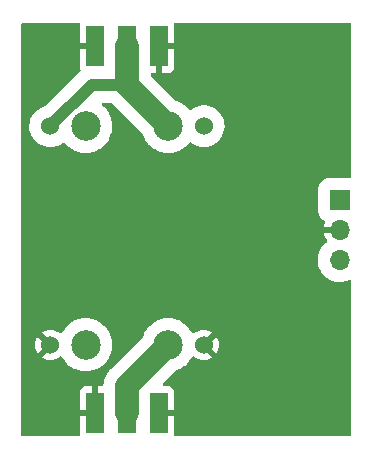
<source format=gbr>
%TF.GenerationSoftware,KiCad,Pcbnew,(5.99.0-12374-g2479e1d7b1)*%
%TF.CreationDate,2021-11-10T00:42:54+03:00*%
%TF.ProjectId,swr,7377722e-6b69-4636-9164-5f7063625858,rev?*%
%TF.SameCoordinates,Original*%
%TF.FileFunction,Copper,L1,Top*%
%TF.FilePolarity,Positive*%
%FSLAX46Y46*%
G04 Gerber Fmt 4.6, Leading zero omitted, Abs format (unit mm)*
G04 Created by KiCad (PCBNEW (5.99.0-12374-g2479e1d7b1)) date 2021-11-10 00:42:54*
%MOMM*%
%LPD*%
G01*
G04 APERTURE LIST*
%TA.AperFunction,SMDPad,CuDef*%
%ADD10R,1.500000X3.500000*%
%TD*%
%TA.AperFunction,ComponentPad*%
%ADD11R,1.700000X1.700000*%
%TD*%
%TA.AperFunction,ComponentPad*%
%ADD12O,1.700000X1.700000*%
%TD*%
%TA.AperFunction,ComponentPad*%
%ADD13C,1.524000*%
%TD*%
%TA.AperFunction,ComponentPad*%
%ADD14C,2.500000*%
%TD*%
%TA.AperFunction,ComponentPad*%
%ADD15C,7.000000*%
%TD*%
%TA.AperFunction,ViaPad*%
%ADD16C,0.800000*%
%TD*%
%TA.AperFunction,Conductor*%
%ADD17C,1.000000*%
%TD*%
%TA.AperFunction,Conductor*%
%ADD18C,2.000000*%
%TD*%
G04 APERTURE END LIST*
D10*
%TO.P,J1,1,In*%
%TO.N,Net-(J1-Pad1)*%
X147000000Y-70000000D03*
%TO.P,J1,2,Ext*%
%TO.N,GND*%
X149700000Y-70000000D03*
X144300000Y-70000000D03*
%TD*%
%TO.P,J2,1,In*%
%TO.N,Net-(J2-Pad1)*%
X147000000Y-101000000D03*
%TO.P,J2,2,Ext*%
%TO.N,GND*%
X144300000Y-101000000D03*
X149700000Y-101000000D03*
%TD*%
D11*
%TO.P,J3,1,Pin_1*%
%TO.N,Net-(C4-Pad1)*%
X165000000Y-83000000D03*
D12*
%TO.P,J3,2,Pin_2*%
%TO.N,GND*%
X165000000Y-85540000D03*
%TO.P,J3,3,Pin_3*%
%TO.N,Net-(C2-Pad2)*%
X165000000Y-88080000D03*
%TD*%
D13*
%TO.P,T1,1*%
%TO.N,Net-(J1-Pad1)*%
X140500000Y-76750000D03*
D14*
%TO.P,T1,2*%
%TO.N,Net-(D2-Pad2)*%
X143500000Y-76750000D03*
%TO.P,T1,3*%
%TO.N,Net-(J1-Pad1)*%
X150500000Y-76750000D03*
D13*
%TO.P,T1,4*%
%TO.N,Net-(D2-Pad2)*%
X153500000Y-76750000D03*
%TO.P,T1,5*%
%TO.N,GND*%
X140500000Y-95250000D03*
D14*
%TO.P,T1,6*%
%TO.N,Net-(D1-Pad2)*%
X143500000Y-95250000D03*
%TO.P,T1,7*%
%TO.N,Net-(J2-Pad1)*%
X150500000Y-95250000D03*
D13*
%TO.P,T1,8*%
%TO.N,GND*%
X153500000Y-95250000D03*
%TD*%
D15*
%TO.P,H2,1,1*%
%TO.N,GND*%
X161290000Y-98425000D03*
%TD*%
%TO.P,H1,1,1*%
%TO.N,GND*%
X161290000Y-72390000D03*
%TD*%
D16*
%TO.N,GND*%
X147955000Y-79375000D03*
X142000000Y-87000000D03*
X152400000Y-69215000D03*
X142000000Y-88265000D03*
X152400000Y-102235000D03*
X142000000Y-82550000D03*
X143510000Y-86995000D03*
X141605000Y-99695000D03*
X152400000Y-70485000D03*
X142000000Y-85000000D03*
X148000000Y-86000000D03*
X142000000Y-83820000D03*
X141605000Y-100965000D03*
X152400000Y-99695000D03*
X152400000Y-100965000D03*
X141605000Y-70485000D03*
X152400000Y-71755000D03*
X141605000Y-69215000D03*
X143510000Y-85000000D03*
X147955000Y-92710000D03*
X153000000Y-86000000D03*
X141605000Y-102235000D03*
X142000000Y-89535000D03*
X141605000Y-71755000D03*
%TD*%
D17*
%TO.N,Net-(J1-Pad1)*%
X140500000Y-76750000D02*
X144000000Y-73250000D01*
X144000000Y-73250000D02*
X147000000Y-73250000D01*
D18*
X150500000Y-76750000D02*
X147000000Y-73250000D01*
X147000000Y-73250000D02*
X147000000Y-70000000D01*
%TO.N,Net-(J2-Pad1)*%
X147000000Y-101000000D02*
X147000000Y-98750000D01*
X147000000Y-98750000D02*
X150500000Y-95250000D01*
%TD*%
%TA.AperFunction,Conductor*%
%TO.N,GND*%
G36*
X142991650Y-68020002D02*
G01*
X143038143Y-68073658D01*
X143047635Y-68139672D01*
X143048748Y-68139793D01*
X143042369Y-68198514D01*
X143042000Y-68205328D01*
X143042000Y-69727885D01*
X143046475Y-69743124D01*
X143047865Y-69744329D01*
X143055548Y-69746000D01*
X144428000Y-69746000D01*
X144496121Y-69766002D01*
X144542614Y-69819658D01*
X144554000Y-69872000D01*
X144554000Y-70128000D01*
X144533998Y-70196121D01*
X144480342Y-70242614D01*
X144428000Y-70254000D01*
X143060116Y-70254000D01*
X143044877Y-70258475D01*
X143043672Y-70259865D01*
X143042001Y-70267548D01*
X143042001Y-71794669D01*
X143042371Y-71801490D01*
X143047895Y-71852352D01*
X143051521Y-71867603D01*
X143082100Y-71949172D01*
X143087283Y-72019979D01*
X143048918Y-72086595D01*
X143025799Y-72107632D01*
X143020135Y-72112487D01*
X142996055Y-72131917D01*
X142967297Y-72160675D01*
X142963001Y-72164774D01*
X142898842Y-72223154D01*
X142895643Y-72227205D01*
X142895639Y-72227209D01*
X142880963Y-72245793D01*
X142871176Y-72256796D01*
X140119040Y-75008933D01*
X140065204Y-75040804D01*
X139881029Y-75094486D01*
X139643127Y-75204160D01*
X139608107Y-75227120D01*
X139427962Y-75345228D01*
X139427958Y-75345231D01*
X139424049Y-75347794D01*
X139228609Y-75522232D01*
X139061098Y-75723641D01*
X138925198Y-75947598D01*
X138923389Y-75951912D01*
X138923388Y-75951914D01*
X138905971Y-75993450D01*
X138823893Y-76189182D01*
X138759409Y-76443087D01*
X138733164Y-76703734D01*
X138745732Y-76965397D01*
X138796839Y-77222328D01*
X138798418Y-77226726D01*
X138798420Y-77226733D01*
X138844294Y-77354501D01*
X138885361Y-77468883D01*
X139009355Y-77699646D01*
X139012150Y-77703389D01*
X139012152Y-77703392D01*
X139163303Y-77905808D01*
X139163308Y-77905814D01*
X139166095Y-77909546D01*
X139169404Y-77912826D01*
X139169409Y-77912832D01*
X139348821Y-78090685D01*
X139352138Y-78093973D01*
X139355900Y-78096731D01*
X139355903Y-78096734D01*
X139472667Y-78182349D01*
X139563398Y-78248876D01*
X139567529Y-78251050D01*
X139567530Y-78251050D01*
X139791099Y-78368675D01*
X139791105Y-78368677D01*
X139795234Y-78370850D01*
X139799642Y-78372389D01*
X139799648Y-78372392D01*
X140038136Y-78455676D01*
X140042552Y-78457218D01*
X140299920Y-78506081D01*
X140424175Y-78510963D01*
X140557015Y-78516182D01*
X140557020Y-78516182D01*
X140561683Y-78516365D01*
X140663540Y-78505210D01*
X140817438Y-78488356D01*
X140817444Y-78488355D01*
X140822091Y-78487846D01*
X140944281Y-78455676D01*
X141070900Y-78422340D01*
X141070902Y-78422339D01*
X141075423Y-78421149D01*
X141316114Y-78317740D01*
X141538876Y-78179891D01*
X141571657Y-78152140D01*
X141636573Y-78123392D01*
X141706726Y-78134304D01*
X141747799Y-78165229D01*
X141905242Y-78344758D01*
X141908331Y-78347467D01*
X142123943Y-78536555D01*
X142123949Y-78536559D01*
X142127043Y-78539273D01*
X142130469Y-78541562D01*
X142130474Y-78541566D01*
X142314539Y-78664554D01*
X142372335Y-78703172D01*
X142376034Y-78704996D01*
X142376039Y-78704999D01*
X142633228Y-78831830D01*
X142636923Y-78833652D01*
X142640821Y-78834975D01*
X142640823Y-78834976D01*
X142912368Y-78927154D01*
X142912372Y-78927155D01*
X142916278Y-78928481D01*
X142920322Y-78929285D01*
X142920328Y-78929287D01*
X143201577Y-78985230D01*
X143201580Y-78985230D01*
X143205620Y-78986034D01*
X143209731Y-78986303D01*
X143209735Y-78986304D01*
X143495881Y-79005059D01*
X143500000Y-79005329D01*
X143504119Y-79005059D01*
X143790265Y-78986304D01*
X143790269Y-78986303D01*
X143794380Y-78986034D01*
X143798420Y-78985230D01*
X143798423Y-78985230D01*
X144079672Y-78929287D01*
X144079678Y-78929285D01*
X144083722Y-78928481D01*
X144087628Y-78927155D01*
X144087632Y-78927154D01*
X144359177Y-78834976D01*
X144359179Y-78834975D01*
X144363077Y-78833652D01*
X144366772Y-78831830D01*
X144623961Y-78704999D01*
X144623966Y-78704996D01*
X144627665Y-78703172D01*
X144685461Y-78664554D01*
X144869526Y-78541566D01*
X144869531Y-78541562D01*
X144872957Y-78539273D01*
X144876051Y-78536559D01*
X144876057Y-78536555D01*
X145091669Y-78347467D01*
X145094758Y-78344758D01*
X145181267Y-78246114D01*
X145286555Y-78126057D01*
X145286559Y-78126051D01*
X145289273Y-78122957D01*
X145453172Y-77877664D01*
X145482996Y-77817188D01*
X145581830Y-77616772D01*
X145581831Y-77616770D01*
X145583652Y-77613077D01*
X145589014Y-77597281D01*
X145677154Y-77337632D01*
X145677155Y-77337628D01*
X145678481Y-77333722D01*
X145699763Y-77226733D01*
X145735230Y-77048423D01*
X145735230Y-77048420D01*
X145736034Y-77044380D01*
X145755329Y-76750000D01*
X145738206Y-76488755D01*
X145736304Y-76459735D01*
X145736303Y-76459731D01*
X145736034Y-76455620D01*
X145735230Y-76451577D01*
X145679287Y-76170328D01*
X145679285Y-76170322D01*
X145678481Y-76166278D01*
X145619814Y-75993450D01*
X145584976Y-75890823D01*
X145584975Y-75890821D01*
X145583652Y-75886923D01*
X145581830Y-75883228D01*
X145454999Y-75626040D01*
X145454996Y-75626035D01*
X145453172Y-75622336D01*
X145289273Y-75377043D01*
X145286559Y-75373949D01*
X145286555Y-75373943D01*
X145097467Y-75158331D01*
X145094758Y-75155242D01*
X145091669Y-75152533D01*
X144884936Y-74971232D01*
X144846909Y-74911278D01*
X144847331Y-74840283D01*
X144886070Y-74780786D01*
X144950825Y-74751678D01*
X144968014Y-74750500D01*
X145619175Y-74750500D01*
X145687296Y-74770502D01*
X145708270Y-74787405D01*
X148335141Y-77414276D01*
X148365359Y-77462869D01*
X148409652Y-77593350D01*
X148416348Y-77613077D01*
X148418169Y-77616770D01*
X148418170Y-77616772D01*
X148517005Y-77817188D01*
X148546828Y-77877664D01*
X148710727Y-78122957D01*
X148713441Y-78126051D01*
X148713445Y-78126057D01*
X148818733Y-78246114D01*
X148905242Y-78344758D01*
X148908331Y-78347467D01*
X149123943Y-78536555D01*
X149123949Y-78536559D01*
X149127043Y-78539273D01*
X149130469Y-78541562D01*
X149130474Y-78541566D01*
X149314539Y-78664554D01*
X149372335Y-78703172D01*
X149376034Y-78704996D01*
X149376039Y-78704999D01*
X149633228Y-78831830D01*
X149636923Y-78833652D01*
X149640821Y-78834975D01*
X149640823Y-78834976D01*
X149912368Y-78927154D01*
X149912372Y-78927155D01*
X149916278Y-78928481D01*
X149920322Y-78929285D01*
X149920328Y-78929287D01*
X150201577Y-78985230D01*
X150201580Y-78985230D01*
X150205620Y-78986034D01*
X150209731Y-78986303D01*
X150209735Y-78986304D01*
X150495881Y-79005059D01*
X150500000Y-79005329D01*
X150504119Y-79005059D01*
X150790265Y-78986304D01*
X150790269Y-78986303D01*
X150794380Y-78986034D01*
X150798420Y-78985230D01*
X150798423Y-78985230D01*
X151079672Y-78929287D01*
X151079678Y-78929285D01*
X151083722Y-78928481D01*
X151087628Y-78927155D01*
X151087632Y-78927154D01*
X151359177Y-78834976D01*
X151359179Y-78834975D01*
X151363077Y-78833652D01*
X151366772Y-78831830D01*
X151623961Y-78704999D01*
X151623966Y-78704996D01*
X151627665Y-78703172D01*
X151685461Y-78664554D01*
X151869526Y-78541566D01*
X151869531Y-78541562D01*
X151872957Y-78539273D01*
X151876051Y-78536559D01*
X151876057Y-78536555D01*
X152091669Y-78347467D01*
X152094758Y-78344758D01*
X152253221Y-78164066D01*
X152313174Y-78126040D01*
X152384169Y-78126462D01*
X152422456Y-78145532D01*
X152563398Y-78248876D01*
X152567529Y-78251050D01*
X152567530Y-78251050D01*
X152791099Y-78368675D01*
X152791105Y-78368677D01*
X152795234Y-78370850D01*
X152799642Y-78372389D01*
X152799648Y-78372392D01*
X153038136Y-78455676D01*
X153042552Y-78457218D01*
X153299920Y-78506081D01*
X153424175Y-78510963D01*
X153557015Y-78516182D01*
X153557020Y-78516182D01*
X153561683Y-78516365D01*
X153663540Y-78505210D01*
X153817438Y-78488356D01*
X153817444Y-78488355D01*
X153822091Y-78487846D01*
X153944281Y-78455676D01*
X154070900Y-78422340D01*
X154070902Y-78422339D01*
X154075423Y-78421149D01*
X154316114Y-78317740D01*
X154538876Y-78179891D01*
X154738816Y-78010629D01*
X154852413Y-77881097D01*
X154908460Y-77817188D01*
X154908464Y-77817183D01*
X154911542Y-77813673D01*
X154982477Y-77703392D01*
X155050730Y-77597281D01*
X155050733Y-77597276D01*
X155053258Y-77593350D01*
X155160852Y-77354501D01*
X155231960Y-77102371D01*
X155248802Y-76969985D01*
X155264622Y-76845631D01*
X155264622Y-76845627D01*
X155265020Y-76842501D01*
X155267442Y-76750000D01*
X155248028Y-76488755D01*
X155190213Y-76233250D01*
X155188520Y-76228896D01*
X155096960Y-75993450D01*
X155096959Y-75993448D01*
X155095267Y-75989097D01*
X155074015Y-75951914D01*
X154967595Y-75765716D01*
X154967593Y-75765714D01*
X154965276Y-75761659D01*
X154803095Y-75555933D01*
X154612287Y-75376440D01*
X154590227Y-75361136D01*
X154400887Y-75229785D01*
X154400884Y-75229783D01*
X154397045Y-75227120D01*
X154392855Y-75225054D01*
X154392852Y-75225052D01*
X154166283Y-75113321D01*
X154166280Y-75113320D01*
X154162095Y-75111256D01*
X154115832Y-75096447D01*
X153942001Y-75040804D01*
X153912601Y-75031393D01*
X153907994Y-75030643D01*
X153907991Y-75030642D01*
X153658654Y-74990035D01*
X153658655Y-74990035D01*
X153654043Y-74989284D01*
X153526858Y-74987619D01*
X153396777Y-74985916D01*
X153396774Y-74985916D01*
X153392100Y-74985855D01*
X153132528Y-75021181D01*
X153128042Y-75022489D01*
X153128040Y-75022489D01*
X153092603Y-75032818D01*
X152881029Y-75094486D01*
X152643127Y-75204160D01*
X152424049Y-75347794D01*
X152421652Y-75349933D01*
X152355793Y-75375398D01*
X152286243Y-75361136D01*
X152250572Y-75332913D01*
X152097467Y-75158331D01*
X152094758Y-75155242D01*
X152091669Y-75152533D01*
X151876057Y-74963445D01*
X151876051Y-74963441D01*
X151872957Y-74960727D01*
X151869531Y-74958438D01*
X151869526Y-74958434D01*
X151631098Y-74799122D01*
X151627665Y-74796828D01*
X151623966Y-74795004D01*
X151623961Y-74795001D01*
X151366772Y-74668170D01*
X151366770Y-74668169D01*
X151363077Y-74666348D01*
X151212867Y-74615358D01*
X151164274Y-74585140D01*
X149052229Y-72473095D01*
X149018203Y-72410783D01*
X149023268Y-72339968D01*
X149065815Y-72283132D01*
X149132335Y-72258321D01*
X149141324Y-72258000D01*
X149427885Y-72258000D01*
X149443124Y-72253525D01*
X149444329Y-72252135D01*
X149446000Y-72244452D01*
X149446000Y-70267548D01*
X149954000Y-70267548D01*
X149954000Y-72239884D01*
X149958475Y-72255123D01*
X149959865Y-72256328D01*
X149967548Y-72257999D01*
X150494669Y-72257999D01*
X150501490Y-72257629D01*
X150552352Y-72252105D01*
X150567604Y-72248479D01*
X150688054Y-72203324D01*
X150703649Y-72194786D01*
X150805724Y-72118285D01*
X150818285Y-72105724D01*
X150894786Y-72003649D01*
X150903324Y-71988054D01*
X150948478Y-71867606D01*
X150952105Y-71852351D01*
X150957631Y-71801486D01*
X150958000Y-71794672D01*
X150958000Y-70272115D01*
X150953525Y-70256876D01*
X150952135Y-70255671D01*
X150944452Y-70254000D01*
X149972115Y-70254000D01*
X149956876Y-70258475D01*
X149955671Y-70259865D01*
X149954000Y-70267548D01*
X149446000Y-70267548D01*
X149446000Y-69872000D01*
X149466002Y-69803879D01*
X149519658Y-69757386D01*
X149572000Y-69746000D01*
X150939884Y-69746000D01*
X150955123Y-69741525D01*
X150956328Y-69740135D01*
X150957999Y-69732452D01*
X150957999Y-68205331D01*
X150957629Y-68198510D01*
X150951252Y-68139793D01*
X150954738Y-68139414D01*
X150957526Y-68084426D01*
X150998885Y-68026720D01*
X151064877Y-68000534D01*
X151076470Y-68000000D01*
X165874000Y-68000000D01*
X165942121Y-68020002D01*
X165988614Y-68073658D01*
X166000000Y-68126000D01*
X166000000Y-81023500D01*
X165979998Y-81091621D01*
X165926342Y-81138114D01*
X165874000Y-81149500D01*
X164092184Y-81149500D01*
X164089397Y-81149749D01*
X164089391Y-81149749D01*
X164003545Y-81157411D01*
X163971913Y-81160234D01*
X163776530Y-81216259D01*
X163596404Y-81310427D01*
X163438891Y-81438891D01*
X163310427Y-81596404D01*
X163216259Y-81776530D01*
X163160234Y-81971913D01*
X163149500Y-82092184D01*
X163149500Y-83907816D01*
X163160234Y-84028087D01*
X163216259Y-84223470D01*
X163310427Y-84403596D01*
X163438891Y-84561109D01*
X163596404Y-84689573D01*
X163732187Y-84760559D01*
X163783287Y-84809845D01*
X163799631Y-84878934D01*
X163788098Y-84925270D01*
X163723338Y-85064783D01*
X163719775Y-85074470D01*
X163664389Y-85274183D01*
X163665912Y-85282607D01*
X163678292Y-85286000D01*
X165128000Y-85286000D01*
X165196121Y-85306002D01*
X165242614Y-85359658D01*
X165254000Y-85412000D01*
X165254000Y-85668000D01*
X165233998Y-85736121D01*
X165180342Y-85782614D01*
X165128000Y-85794000D01*
X163683225Y-85794000D01*
X163669694Y-85797973D01*
X163668257Y-85807966D01*
X163698565Y-85942446D01*
X163701645Y-85952275D01*
X163781770Y-86149603D01*
X163786413Y-86158794D01*
X163897695Y-86340390D01*
X163903773Y-86348695D01*
X163941666Y-86392439D01*
X163971149Y-86457025D01*
X163961034Y-86527297D01*
X163919687Y-86577452D01*
X163817434Y-86650523D01*
X163627816Y-86831409D01*
X163465578Y-87037208D01*
X163333955Y-87263813D01*
X163235574Y-87506703D01*
X163172399Y-87761032D01*
X163145688Y-88021726D01*
X163155977Y-88283582D01*
X163203058Y-88541376D01*
X163285994Y-88789965D01*
X163403128Y-89024387D01*
X163552124Y-89239967D01*
X163730010Y-89432402D01*
X163733464Y-89435214D01*
X163929778Y-89595039D01*
X163929782Y-89595042D01*
X163933235Y-89597853D01*
X164157745Y-89733019D01*
X164212451Y-89756184D01*
X164394962Y-89833468D01*
X164394966Y-89833469D01*
X164399060Y-89835203D01*
X164403352Y-89836341D01*
X164403355Y-89836342D01*
X164504125Y-89863061D01*
X164652365Y-89902366D01*
X164656789Y-89902890D01*
X164656791Y-89902890D01*
X164807572Y-89920736D01*
X164912607Y-89933167D01*
X165174592Y-89926993D01*
X165178986Y-89926262D01*
X165178993Y-89926261D01*
X165428692Y-89884700D01*
X165428696Y-89884699D01*
X165433094Y-89883967D01*
X165650662Y-89815159D01*
X165678709Y-89806289D01*
X165678711Y-89806288D01*
X165682955Y-89804946D01*
X165819459Y-89739398D01*
X165889524Y-89727941D01*
X165954661Y-89756184D01*
X165994189Y-89815159D01*
X166000000Y-89852981D01*
X166000000Y-102874000D01*
X165979998Y-102942121D01*
X165926342Y-102988614D01*
X165874000Y-103000000D01*
X151076471Y-103000000D01*
X151008350Y-102979998D01*
X150961857Y-102926342D01*
X150952365Y-102860328D01*
X150951252Y-102860207D01*
X150957631Y-102801486D01*
X150958000Y-102794672D01*
X150958000Y-101272115D01*
X150953525Y-101256876D01*
X150952135Y-101255671D01*
X150944452Y-101254000D01*
X149572000Y-101254000D01*
X149503879Y-101233998D01*
X149457386Y-101180342D01*
X149446000Y-101128000D01*
X149446000Y-100872000D01*
X149466002Y-100803879D01*
X149519658Y-100757386D01*
X149572000Y-100746000D01*
X150939884Y-100746000D01*
X150955123Y-100741525D01*
X150956328Y-100740135D01*
X150957999Y-100732452D01*
X150957999Y-99205331D01*
X150957629Y-99198510D01*
X150952105Y-99147648D01*
X150948479Y-99132396D01*
X150903324Y-99011946D01*
X150894786Y-98996351D01*
X150818285Y-98894276D01*
X150805724Y-98881715D01*
X150703649Y-98805214D01*
X150688054Y-98796676D01*
X150567606Y-98751522D01*
X150552351Y-98747895D01*
X150501486Y-98742369D01*
X150494672Y-98742000D01*
X150141325Y-98742000D01*
X150073204Y-98721998D01*
X150026711Y-98668342D01*
X150016607Y-98598068D01*
X150046101Y-98533488D01*
X150052230Y-98526905D01*
X151164276Y-97414859D01*
X151212869Y-97384641D01*
X151359177Y-97334976D01*
X151359179Y-97334975D01*
X151363077Y-97333652D01*
X151401624Y-97314643D01*
X151623961Y-97204999D01*
X151623966Y-97204996D01*
X151627665Y-97203172D01*
X151685461Y-97164554D01*
X151869526Y-97041566D01*
X151869531Y-97041562D01*
X151872957Y-97039273D01*
X151876051Y-97036559D01*
X151876057Y-97036555D01*
X152091669Y-96847467D01*
X152094758Y-96844758D01*
X152097467Y-96841669D01*
X152286555Y-96626057D01*
X152286559Y-96626051D01*
X152289273Y-96622957D01*
X152453172Y-96377664D01*
X152501948Y-96278756D01*
X152550017Y-96226507D01*
X152618702Y-96208541D01*
X152687225Y-96231272D01*
X152858066Y-96350896D01*
X152867561Y-96356379D01*
X153058993Y-96445645D01*
X153069285Y-96449391D01*
X153273309Y-96504059D01*
X153284104Y-96505962D01*
X153494525Y-96524372D01*
X153505475Y-96524372D01*
X153715896Y-96505962D01*
X153726691Y-96504059D01*
X153930715Y-96449391D01*
X153941007Y-96445645D01*
X154132445Y-96356376D01*
X154141931Y-96350898D01*
X154185764Y-96320207D01*
X154194139Y-96309729D01*
X154187071Y-96296281D01*
X153229885Y-95339095D01*
X153195859Y-95276783D01*
X153197694Y-95251132D01*
X153864408Y-95251132D01*
X153864539Y-95252965D01*
X153868790Y-95259580D01*
X154547003Y-95937793D01*
X154558777Y-95944223D01*
X154570793Y-95934926D01*
X154600897Y-95891932D01*
X154606377Y-95882441D01*
X154695645Y-95691007D01*
X154699391Y-95680715D01*
X154754059Y-95476691D01*
X154755962Y-95465896D01*
X154774372Y-95255475D01*
X154774372Y-95244525D01*
X154755962Y-95034104D01*
X154754059Y-95023309D01*
X154699391Y-94819285D01*
X154695645Y-94808993D01*
X154606377Y-94617559D01*
X154600897Y-94608068D01*
X154570206Y-94564235D01*
X154559729Y-94555860D01*
X154546282Y-94562928D01*
X153872022Y-95237188D01*
X153864408Y-95251132D01*
X153197694Y-95251132D01*
X153200924Y-95205968D01*
X153229885Y-95160905D01*
X154187793Y-94202997D01*
X154194223Y-94191223D01*
X154184926Y-94179207D01*
X154141931Y-94149102D01*
X154132445Y-94143624D01*
X153941007Y-94054355D01*
X153930715Y-94050609D01*
X153726691Y-93995941D01*
X153715896Y-93994038D01*
X153505475Y-93975628D01*
X153494525Y-93975628D01*
X153284104Y-93994038D01*
X153273309Y-93995941D01*
X153069285Y-94050609D01*
X153058993Y-94054355D01*
X152867556Y-94143624D01*
X152858070Y-94149102D01*
X152687224Y-94268728D01*
X152619950Y-94291416D01*
X152551090Y-94274131D01*
X152501948Y-94221244D01*
X152493305Y-94203718D01*
X152453172Y-94122336D01*
X152289273Y-93877043D01*
X152286559Y-93873949D01*
X152286555Y-93873943D01*
X152097467Y-93658331D01*
X152094758Y-93655242D01*
X152091669Y-93652533D01*
X151876057Y-93463445D01*
X151876051Y-93463441D01*
X151872957Y-93460727D01*
X151869527Y-93458435D01*
X151869526Y-93458434D01*
X151631098Y-93299122D01*
X151627665Y-93296828D01*
X151623966Y-93295004D01*
X151623961Y-93295001D01*
X151366772Y-93168170D01*
X151366770Y-93168169D01*
X151363077Y-93166348D01*
X151359177Y-93165024D01*
X151087632Y-93072846D01*
X151087628Y-93072845D01*
X151083722Y-93071519D01*
X151079678Y-93070715D01*
X151079672Y-93070713D01*
X150798423Y-93014770D01*
X150798420Y-93014770D01*
X150794380Y-93013966D01*
X150790269Y-93013697D01*
X150790265Y-93013696D01*
X150504119Y-92994941D01*
X150500000Y-92994671D01*
X150495881Y-92994941D01*
X150209735Y-93013696D01*
X150209731Y-93013697D01*
X150205620Y-93013966D01*
X150201580Y-93014770D01*
X150201577Y-93014770D01*
X149920328Y-93070713D01*
X149920322Y-93070715D01*
X149916278Y-93071519D01*
X149912372Y-93072845D01*
X149912368Y-93072846D01*
X149640823Y-93165024D01*
X149636923Y-93166348D01*
X149633230Y-93168169D01*
X149633228Y-93168170D01*
X149376040Y-93295001D01*
X149376035Y-93295004D01*
X149372336Y-93296828D01*
X149127043Y-93460727D01*
X149123949Y-93463441D01*
X149123943Y-93463445D01*
X148908331Y-93652533D01*
X148905242Y-93655242D01*
X148902533Y-93658331D01*
X148713445Y-93873943D01*
X148713441Y-93873949D01*
X148710727Y-93877043D01*
X148546828Y-94122336D01*
X148545004Y-94126034D01*
X148545001Y-94126040D01*
X148418170Y-94383228D01*
X148416348Y-94386923D01*
X148415025Y-94390821D01*
X148415024Y-94390823D01*
X148365358Y-94537133D01*
X148335140Y-94585726D01*
X145606223Y-97314643D01*
X145604099Y-97316718D01*
X145586348Y-97333652D01*
X145516588Y-97400199D01*
X145495339Y-97427154D01*
X145459914Y-97472090D01*
X145456130Y-97476664D01*
X145399066Y-97542424D01*
X145399061Y-97542430D01*
X145396145Y-97545791D01*
X145393730Y-97549532D01*
X145373711Y-97580536D01*
X145366809Y-97590194D01*
X145341199Y-97622680D01*
X145338965Y-97626526D01*
X145338963Y-97626529D01*
X145295223Y-97701834D01*
X145292120Y-97706897D01*
X145242471Y-97783789D01*
X145240603Y-97787842D01*
X145240602Y-97787843D01*
X145225155Y-97821350D01*
X145219684Y-97831884D01*
X145198907Y-97867654D01*
X145197239Y-97871772D01*
X145164543Y-97952493D01*
X145162185Y-97957940D01*
X145125732Y-98037013D01*
X145125728Y-98037024D01*
X145123864Y-98041067D01*
X145122587Y-98045337D01*
X145112014Y-98080692D01*
X145108081Y-98091893D01*
X145092552Y-98130232D01*
X145091477Y-98134561D01*
X145070489Y-98219053D01*
X145068922Y-98224781D01*
X145042691Y-98312490D01*
X145042030Y-98316887D01*
X145042029Y-98316891D01*
X145036540Y-98353402D01*
X145034224Y-98365044D01*
X145024255Y-98405177D01*
X145023801Y-98409610D01*
X145014926Y-98496222D01*
X145014182Y-98502110D01*
X145009465Y-98533488D01*
X145000572Y-98592642D01*
X145000537Y-98597099D01*
X145000537Y-98597100D01*
X145000381Y-98616988D01*
X144979845Y-98684950D01*
X144925827Y-98731021D01*
X144874385Y-98742000D01*
X144572115Y-98742000D01*
X144556876Y-98746475D01*
X144555671Y-98747865D01*
X144554000Y-98755548D01*
X144554000Y-101128000D01*
X144533998Y-101196121D01*
X144480342Y-101242614D01*
X144428000Y-101254000D01*
X143060116Y-101254000D01*
X143044877Y-101258475D01*
X143043672Y-101259865D01*
X143042001Y-101267548D01*
X143042001Y-102794669D01*
X143042371Y-102801490D01*
X143048748Y-102860207D01*
X143045262Y-102860586D01*
X143042474Y-102915574D01*
X143001115Y-102973280D01*
X142935123Y-102999466D01*
X142923530Y-103000000D01*
X138126000Y-103000000D01*
X138057879Y-102979998D01*
X138011386Y-102926342D01*
X138000000Y-102874000D01*
X138000000Y-99205328D01*
X143042000Y-99205328D01*
X143042000Y-100727885D01*
X143046475Y-100743124D01*
X143047865Y-100744329D01*
X143055548Y-100746000D01*
X144027885Y-100746000D01*
X144043124Y-100741525D01*
X144044329Y-100740135D01*
X144046000Y-100732452D01*
X144046000Y-98760116D01*
X144041525Y-98744877D01*
X144040135Y-98743672D01*
X144032452Y-98742001D01*
X143505331Y-98742001D01*
X143498510Y-98742371D01*
X143447648Y-98747895D01*
X143432396Y-98751521D01*
X143311946Y-98796676D01*
X143296351Y-98805214D01*
X143194276Y-98881715D01*
X143181715Y-98894276D01*
X143105214Y-98996351D01*
X143096676Y-99011946D01*
X143051522Y-99132394D01*
X143047895Y-99147649D01*
X143042369Y-99198514D01*
X143042000Y-99205328D01*
X138000000Y-99205328D01*
X138000000Y-96308777D01*
X139805777Y-96308777D01*
X139815074Y-96320793D01*
X139858069Y-96350898D01*
X139867555Y-96356376D01*
X140058993Y-96445645D01*
X140069285Y-96449391D01*
X140273309Y-96504059D01*
X140284104Y-96505962D01*
X140494525Y-96524372D01*
X140505475Y-96524372D01*
X140715896Y-96505962D01*
X140726691Y-96504059D01*
X140930715Y-96449391D01*
X140941007Y-96445645D01*
X141132439Y-96356379D01*
X141141934Y-96350896D01*
X141312775Y-96231272D01*
X141380049Y-96208584D01*
X141448910Y-96225869D01*
X141498052Y-96278756D01*
X141546828Y-96377664D01*
X141710727Y-96622957D01*
X141713441Y-96626051D01*
X141713445Y-96626057D01*
X141902533Y-96841669D01*
X141905242Y-96844758D01*
X141908331Y-96847467D01*
X142123943Y-97036555D01*
X142123949Y-97036559D01*
X142127043Y-97039273D01*
X142130469Y-97041562D01*
X142130474Y-97041566D01*
X142314539Y-97164554D01*
X142372335Y-97203172D01*
X142376034Y-97204996D01*
X142376039Y-97204999D01*
X142598376Y-97314643D01*
X142636923Y-97333652D01*
X142640821Y-97334975D01*
X142640823Y-97334976D01*
X142912368Y-97427154D01*
X142912372Y-97427155D01*
X142916278Y-97428481D01*
X142920322Y-97429285D01*
X142920328Y-97429287D01*
X143201577Y-97485230D01*
X143201580Y-97485230D01*
X143205620Y-97486034D01*
X143209731Y-97486303D01*
X143209735Y-97486304D01*
X143495881Y-97505059D01*
X143500000Y-97505329D01*
X143504119Y-97505059D01*
X143790265Y-97486304D01*
X143790269Y-97486303D01*
X143794380Y-97486034D01*
X143798420Y-97485230D01*
X143798423Y-97485230D01*
X144079672Y-97429287D01*
X144079678Y-97429285D01*
X144083722Y-97428481D01*
X144087628Y-97427155D01*
X144087632Y-97427154D01*
X144359177Y-97334976D01*
X144359179Y-97334975D01*
X144363077Y-97333652D01*
X144401624Y-97314643D01*
X144623961Y-97204999D01*
X144623966Y-97204996D01*
X144627665Y-97203172D01*
X144685461Y-97164554D01*
X144869526Y-97041566D01*
X144869531Y-97041562D01*
X144872957Y-97039273D01*
X144876051Y-97036559D01*
X144876057Y-97036555D01*
X145091669Y-96847467D01*
X145094758Y-96844758D01*
X145097467Y-96841669D01*
X145286555Y-96626057D01*
X145286559Y-96626051D01*
X145289273Y-96622957D01*
X145453172Y-96377664D01*
X145487144Y-96308777D01*
X145581830Y-96116772D01*
X145581831Y-96116770D01*
X145583652Y-96113077D01*
X145640999Y-95944140D01*
X145677154Y-95837632D01*
X145677155Y-95837628D01*
X145678481Y-95833722D01*
X145706869Y-95691007D01*
X145735230Y-95548423D01*
X145735230Y-95548420D01*
X145736034Y-95544380D01*
X145755329Y-95250000D01*
X145736034Y-94955620D01*
X145708916Y-94819285D01*
X145679287Y-94670328D01*
X145679285Y-94670322D01*
X145678481Y-94666278D01*
X145643154Y-94562207D01*
X145584976Y-94390823D01*
X145584975Y-94390821D01*
X145583652Y-94386923D01*
X145581830Y-94383228D01*
X145454999Y-94126040D01*
X145454996Y-94126034D01*
X145453172Y-94122336D01*
X145289273Y-93877043D01*
X145286559Y-93873949D01*
X145286555Y-93873943D01*
X145097467Y-93658331D01*
X145094758Y-93655242D01*
X145091669Y-93652533D01*
X144876057Y-93463445D01*
X144876051Y-93463441D01*
X144872957Y-93460727D01*
X144869527Y-93458435D01*
X144869526Y-93458434D01*
X144631098Y-93299122D01*
X144627665Y-93296828D01*
X144623966Y-93295004D01*
X144623961Y-93295001D01*
X144366772Y-93168170D01*
X144366770Y-93168169D01*
X144363077Y-93166348D01*
X144359177Y-93165024D01*
X144087632Y-93072846D01*
X144087628Y-93072845D01*
X144083722Y-93071519D01*
X144079678Y-93070715D01*
X144079672Y-93070713D01*
X143798423Y-93014770D01*
X143798420Y-93014770D01*
X143794380Y-93013966D01*
X143790269Y-93013697D01*
X143790265Y-93013696D01*
X143504119Y-92994941D01*
X143500000Y-92994671D01*
X143495881Y-92994941D01*
X143209735Y-93013696D01*
X143209731Y-93013697D01*
X143205620Y-93013966D01*
X143201580Y-93014770D01*
X143201577Y-93014770D01*
X142920328Y-93070713D01*
X142920322Y-93070715D01*
X142916278Y-93071519D01*
X142912372Y-93072845D01*
X142912368Y-93072846D01*
X142640823Y-93165024D01*
X142636923Y-93166348D01*
X142633230Y-93168169D01*
X142633228Y-93168170D01*
X142376040Y-93295001D01*
X142376035Y-93295004D01*
X142372336Y-93296828D01*
X142127043Y-93460727D01*
X142123949Y-93463441D01*
X142123943Y-93463445D01*
X141908331Y-93652533D01*
X141905242Y-93655242D01*
X141902533Y-93658331D01*
X141713445Y-93873943D01*
X141713441Y-93873949D01*
X141710727Y-93877043D01*
X141546828Y-94122336D01*
X141506695Y-94203718D01*
X141498052Y-94221244D01*
X141449983Y-94273493D01*
X141381298Y-94291459D01*
X141312775Y-94268728D01*
X141141934Y-94149104D01*
X141132439Y-94143621D01*
X140941007Y-94054355D01*
X140930715Y-94050609D01*
X140726691Y-93995941D01*
X140715896Y-93994038D01*
X140505475Y-93975628D01*
X140494525Y-93975628D01*
X140284104Y-93994038D01*
X140273309Y-93995941D01*
X140069285Y-94050609D01*
X140058993Y-94054355D01*
X139867559Y-94143623D01*
X139858068Y-94149103D01*
X139814235Y-94179794D01*
X139805860Y-94190271D01*
X139812928Y-94203718D01*
X140770115Y-95160905D01*
X140804141Y-95223217D01*
X140799076Y-95294032D01*
X140770115Y-95339095D01*
X139812207Y-96297003D01*
X139805777Y-96308777D01*
X138000000Y-96308777D01*
X138000000Y-95244525D01*
X139225628Y-95244525D01*
X139225628Y-95255475D01*
X139244038Y-95465896D01*
X139245941Y-95476691D01*
X139300609Y-95680715D01*
X139304355Y-95691007D01*
X139393623Y-95882441D01*
X139399103Y-95891932D01*
X139429794Y-95935765D01*
X139440271Y-95944140D01*
X139453718Y-95937072D01*
X140127978Y-95262812D01*
X140135592Y-95248868D01*
X140135461Y-95247035D01*
X140131210Y-95240420D01*
X139452997Y-94562207D01*
X139441223Y-94555777D01*
X139429207Y-94565074D01*
X139399103Y-94608068D01*
X139393623Y-94617559D01*
X139304355Y-94808993D01*
X139300609Y-94819285D01*
X139245941Y-95023309D01*
X139244038Y-95034104D01*
X139225628Y-95244525D01*
X138000000Y-95244525D01*
X138000000Y-68126000D01*
X138020002Y-68057879D01*
X138073658Y-68011386D01*
X138126000Y-68000000D01*
X142923529Y-68000000D01*
X142991650Y-68020002D01*
G37*
%TD.AperFunction*%
%TD*%
M02*

</source>
